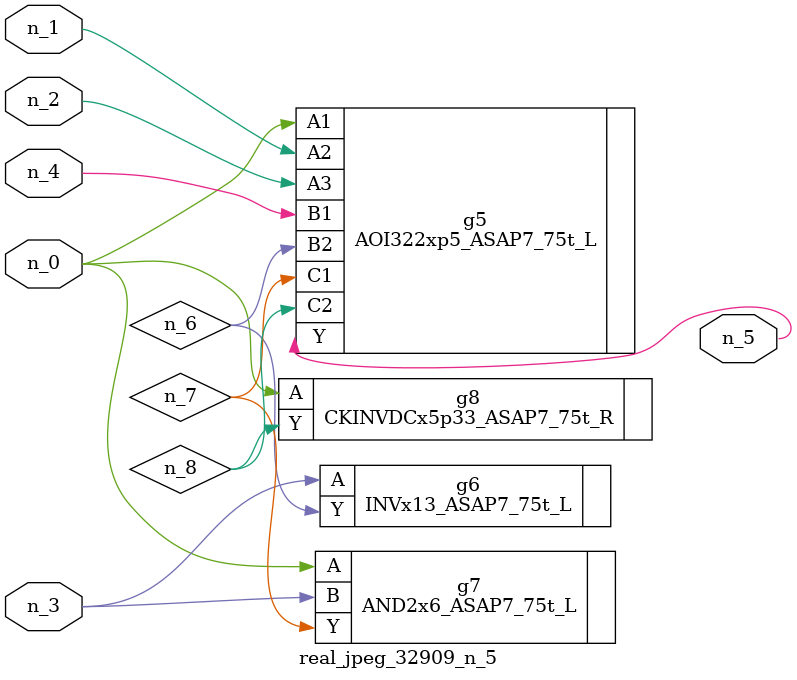
<source format=v>
module real_jpeg_32909_n_5 (n_4, n_0, n_1, n_2, n_3, n_5);

input n_4;
input n_0;
input n_1;
input n_2;
input n_3;

output n_5;

wire n_8;
wire n_6;
wire n_7;

AOI322xp5_ASAP7_75t_L g5 ( 
.A1(n_0),
.A2(n_1),
.A3(n_2),
.B1(n_4),
.B2(n_6),
.C1(n_7),
.C2(n_8),
.Y(n_5)
);

AND2x6_ASAP7_75t_L g7 ( 
.A(n_0),
.B(n_3),
.Y(n_7)
);

CKINVDCx5p33_ASAP7_75t_R g8 ( 
.A(n_0),
.Y(n_8)
);

INVx13_ASAP7_75t_L g6 ( 
.A(n_3),
.Y(n_6)
);


endmodule
</source>
